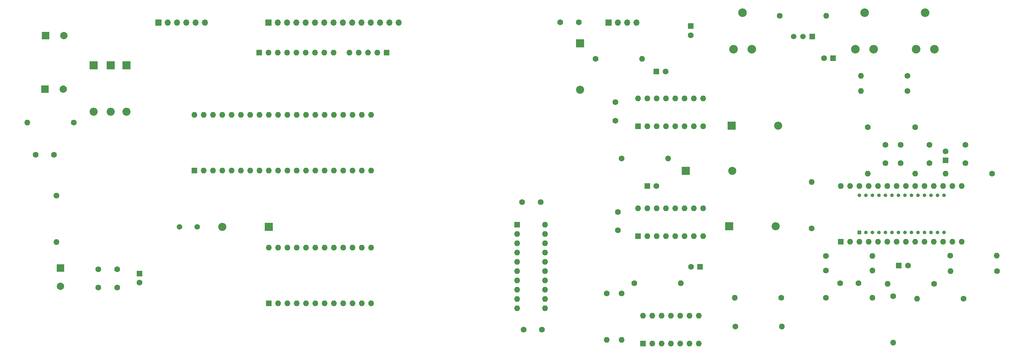
<source format=gbr>
G04 #@! TF.GenerationSoftware,KiCad,Pcbnew,(6.0.9)*
G04 #@! TF.CreationDate,2022-12-25T22:16:42-05:00*
G04 #@! TF.ProjectId,TSF_Soundboard,5453465f-536f-4756-9e64-626f6172642e,rev?*
G04 #@! TF.SameCoordinates,Original*
G04 #@! TF.FileFunction,Soldermask,Bot*
G04 #@! TF.FilePolarity,Negative*
%FSLAX46Y46*%
G04 Gerber Fmt 4.6, Leading zero omitted, Abs format (unit mm)*
G04 Created by KiCad (PCBNEW (6.0.9)) date 2022-12-25 22:16:42*
%MOMM*%
%LPD*%
G01*
G04 APERTURE LIST*
%ADD10R,1.600000X1.600000*%
%ADD11O,1.600000X1.600000*%
%ADD12C,1.600000*%
%ADD13R,2.200000X2.200000*%
%ADD14O,2.200000X2.200000*%
%ADD15R,1.700000X1.700000*%
%ADD16O,1.700000X1.700000*%
%ADD17R,2.000000X2.000000*%
%ADD18C,2.000000*%
%ADD19R,1.000000X1.000000*%
%ADD20O,1.000000X1.000000*%
%ADD21C,2.340000*%
%ADD22R,1.500000X1.500000*%
%ADD23C,1.500000*%
G04 APERTURE END LIST*
D10*
X215700000Y-91920000D03*
D11*
X218240000Y-91920000D03*
X220780000Y-91920000D03*
X223320000Y-91920000D03*
X225860000Y-91920000D03*
X228400000Y-91920000D03*
X230940000Y-91920000D03*
X233480000Y-91920000D03*
X233480000Y-84300000D03*
X230940000Y-84300000D03*
X228400000Y-84300000D03*
X225860000Y-84300000D03*
X223320000Y-84300000D03*
X220780000Y-84300000D03*
X218240000Y-84300000D03*
X215700000Y-84300000D03*
D12*
X209540000Y-55340000D03*
X209540000Y-60340000D03*
D13*
X240590000Y-89210000D03*
D14*
X253290000Y-89210000D03*
D12*
X68280000Y-101000000D03*
X68280000Y-106000000D03*
X204100000Y-43420000D03*
D11*
X216800000Y-43420000D03*
D10*
X220740000Y-46940000D03*
D12*
X223240000Y-46940000D03*
X287390000Y-72000000D03*
X287390000Y-67000000D03*
D15*
X84710000Y-33560000D03*
D16*
X87250000Y-33560000D03*
X89790000Y-33560000D03*
X92330000Y-33560000D03*
X94870000Y-33560000D03*
X97410000Y-33560000D03*
D10*
X299730000Y-71230000D03*
D12*
X299730000Y-68730000D03*
D13*
X67050000Y-45250000D03*
D14*
X67050000Y-57950000D03*
D12*
X305160000Y-72000000D03*
X305160000Y-67000000D03*
X61630000Y-60860000D03*
D11*
X48930000Y-60860000D03*
D13*
X114910000Y-89420000D03*
D14*
X102210000Y-89420000D03*
D10*
X94595000Y-74005000D03*
D11*
X97135000Y-74005000D03*
X99675000Y-74005000D03*
X102215000Y-74005000D03*
X104755000Y-74005000D03*
X107295000Y-74005000D03*
X109835000Y-74005000D03*
X112375000Y-74005000D03*
X114915000Y-74005000D03*
X117455000Y-74005000D03*
X119995000Y-74005000D03*
X122535000Y-74005000D03*
X125075000Y-74005000D03*
X127615000Y-74005000D03*
X130155000Y-74005000D03*
X132695000Y-74005000D03*
X135235000Y-74005000D03*
X137775000Y-74005000D03*
X140315000Y-74005000D03*
X142855000Y-74005000D03*
X142855000Y-58765000D03*
X140315000Y-58765000D03*
X137775000Y-58765000D03*
X135235000Y-58765000D03*
X132695000Y-58765000D03*
X130155000Y-58765000D03*
X127615000Y-58765000D03*
X125075000Y-58765000D03*
X122535000Y-58765000D03*
X119995000Y-58765000D03*
X117455000Y-58765000D03*
X114915000Y-58765000D03*
X112375000Y-58765000D03*
X109835000Y-58765000D03*
X107295000Y-58765000D03*
X104755000Y-58765000D03*
X102215000Y-58765000D03*
X99675000Y-58765000D03*
X97135000Y-58765000D03*
X94595000Y-58765000D03*
D12*
X289280000Y-52240000D03*
D11*
X276580000Y-52240000D03*
D12*
X254390000Y-31710000D03*
D11*
X267090000Y-31710000D03*
D17*
X53730000Y-51730000D03*
D18*
X58730000Y-51730000D03*
D12*
X189090000Y-82650000D03*
X184090000Y-82650000D03*
X313720000Y-101530000D03*
D11*
X301020000Y-101530000D03*
D17*
X53950000Y-37130000D03*
D18*
X58950000Y-37130000D03*
D12*
X73490000Y-101020000D03*
X73490000Y-106020000D03*
D13*
X76000000Y-45250000D03*
D14*
X76000000Y-57950000D03*
D12*
X285370000Y-108420000D03*
D11*
X285370000Y-121120000D03*
D10*
X79590000Y-102200000D03*
D12*
X79590000Y-104700000D03*
D10*
X271070000Y-93520000D03*
D19*
X276170000Y-90970000D03*
D11*
X273610000Y-93520000D03*
D20*
X277950000Y-90970000D03*
X279730000Y-90970000D03*
D11*
X276150000Y-93520000D03*
D20*
X281510000Y-90970000D03*
D11*
X278690000Y-93520000D03*
D20*
X283290000Y-90970000D03*
D11*
X281230000Y-93520000D03*
X283770000Y-93520000D03*
D20*
X285070000Y-90970000D03*
D11*
X286310000Y-93520000D03*
D20*
X286850000Y-90970000D03*
X288630000Y-90970000D03*
D11*
X288850000Y-93520000D03*
D20*
X290410000Y-90970000D03*
D11*
X291390000Y-93520000D03*
D20*
X292190000Y-90970000D03*
D11*
X293930000Y-93520000D03*
X296470000Y-93520000D03*
D20*
X293970000Y-90970000D03*
X295750000Y-90970000D03*
D11*
X299010000Y-93520000D03*
D20*
X297530000Y-90970000D03*
D11*
X301550000Y-93520000D03*
X304090000Y-93520000D03*
D20*
X299310000Y-90970000D03*
X299310000Y-80810000D03*
D11*
X304090000Y-78280000D03*
X301550000Y-78280000D03*
D20*
X297530000Y-80810000D03*
X295750000Y-80810000D03*
D11*
X299010000Y-78280000D03*
D20*
X293970000Y-80810000D03*
D11*
X296470000Y-78280000D03*
X293930000Y-78280000D03*
D20*
X292190000Y-80810000D03*
D11*
X291390000Y-78280000D03*
D20*
X290410000Y-80810000D03*
D11*
X288850000Y-78280000D03*
D20*
X288630000Y-80810000D03*
X286850000Y-80810000D03*
D11*
X286310000Y-78280000D03*
X283770000Y-78280000D03*
D20*
X285070000Y-80810000D03*
D11*
X281230000Y-78280000D03*
D20*
X283290000Y-80810000D03*
X281510000Y-80810000D03*
D11*
X278690000Y-78280000D03*
X276150000Y-78280000D03*
D20*
X279730000Y-80810000D03*
D11*
X273610000Y-78280000D03*
D20*
X277950000Y-80810000D03*
X276170000Y-80810000D03*
D11*
X271070000Y-78280000D03*
D12*
X56850000Y-80830000D03*
D11*
X56850000Y-93530000D03*
D13*
X199860000Y-39190000D03*
D14*
X199860000Y-51890000D03*
D21*
X246770000Y-40830000D03*
X244270000Y-30830000D03*
X241770000Y-40830000D03*
D12*
X301000000Y-97320000D03*
D11*
X313700000Y-97320000D03*
D13*
X228720000Y-74100000D03*
D14*
X241420000Y-74100000D03*
D22*
X263300000Y-37370000D03*
D23*
X260760000Y-37370000D03*
X258220000Y-37370000D03*
D10*
X217075000Y-121360000D03*
D11*
X219615000Y-121360000D03*
X222155000Y-121360000D03*
X224695000Y-121360000D03*
X227235000Y-121360000D03*
X229775000Y-121360000D03*
X232315000Y-121360000D03*
X232315000Y-113740000D03*
X229775000Y-113740000D03*
X227235000Y-113740000D03*
X224695000Y-113740000D03*
X222155000Y-113740000D03*
X219615000Y-113740000D03*
X217075000Y-113740000D03*
D12*
X266990000Y-108850000D03*
D11*
X279690000Y-108850000D03*
D10*
X232665112Y-100340000D03*
D12*
X230165112Y-100340000D03*
D10*
X182690000Y-88800000D03*
D11*
X182690000Y-91340000D03*
X182690000Y-93880000D03*
X182690000Y-96420000D03*
X182690000Y-98960000D03*
X182690000Y-101500000D03*
X182690000Y-104040000D03*
X182690000Y-106580000D03*
X182690000Y-109120000D03*
X182690000Y-111660000D03*
X190310000Y-111660000D03*
X190310000Y-109120000D03*
X190310000Y-106580000D03*
X190310000Y-104040000D03*
X190310000Y-101500000D03*
X190310000Y-98960000D03*
X190310000Y-96420000D03*
X190310000Y-93880000D03*
X190310000Y-91340000D03*
X190310000Y-88800000D03*
D12*
X278430000Y-62140000D03*
D11*
X278430000Y-74840000D03*
D10*
X269000000Y-43250000D03*
D12*
X266500000Y-43250000D03*
X291390000Y-62140000D03*
D11*
X291390000Y-74840000D03*
D23*
X95330000Y-89380000D03*
X90450000Y-89380000D03*
D12*
X189460000Y-117490000D03*
X184460000Y-117490000D03*
D17*
X58020000Y-100680000D03*
D18*
X58020000Y-105680000D03*
D12*
X270880000Y-104850000D03*
X275880000Y-104850000D03*
D10*
X147030000Y-41750000D03*
D11*
X144490000Y-41750000D03*
X141950000Y-41750000D03*
X139410000Y-41750000D03*
X136870000Y-41750000D03*
D10*
X286920000Y-99980000D03*
D12*
X289420000Y-99980000D03*
D10*
X218214888Y-78240000D03*
D12*
X220714888Y-78240000D03*
X210230000Y-85350000D03*
X210230000Y-90350000D03*
X254870000Y-108800000D03*
D11*
X242170000Y-108800000D03*
D10*
X230120000Y-34510000D03*
D12*
X230120000Y-37010000D03*
X211260000Y-107640000D03*
D11*
X211260000Y-120340000D03*
D13*
X241250000Y-61700000D03*
D14*
X253950000Y-61700000D03*
D12*
X289280000Y-48110000D03*
D11*
X276580000Y-48110000D03*
D12*
X263130000Y-89810000D03*
D11*
X263130000Y-77110000D03*
D10*
X215700000Y-61940000D03*
D11*
X218240000Y-61940000D03*
X220780000Y-61940000D03*
X223320000Y-61940000D03*
X225860000Y-61940000D03*
X228400000Y-61940000D03*
X230940000Y-61940000D03*
X233480000Y-61940000D03*
X233480000Y-54320000D03*
X230940000Y-54320000D03*
X228400000Y-54320000D03*
X225860000Y-54320000D03*
X223320000Y-54320000D03*
X220780000Y-54320000D03*
X218240000Y-54320000D03*
X215700000Y-54320000D03*
D12*
X304600000Y-109070000D03*
D11*
X291900000Y-109070000D03*
D12*
X295280000Y-72000000D03*
X295280000Y-67000000D03*
X214700000Y-104850000D03*
D11*
X227400000Y-104850000D03*
D12*
X312440000Y-74900000D03*
D11*
X299740000Y-74900000D03*
D10*
X114900000Y-110340000D03*
D11*
X117440000Y-110340000D03*
X119980000Y-110340000D03*
X122520000Y-110340000D03*
X125060000Y-110340000D03*
X127600000Y-110340000D03*
X130140000Y-110340000D03*
X132680000Y-110340000D03*
X135220000Y-110340000D03*
X137760000Y-110340000D03*
X140300000Y-110340000D03*
X142840000Y-110340000D03*
X142840000Y-95100000D03*
X140300000Y-95100000D03*
X137760000Y-95100000D03*
X135220000Y-95100000D03*
X132680000Y-95100000D03*
X130140000Y-95100000D03*
X127600000Y-95100000D03*
X125060000Y-95100000D03*
X122520000Y-95100000D03*
X119980000Y-95100000D03*
X117440000Y-95100000D03*
X114900000Y-95100000D03*
D12*
X199500000Y-33490000D03*
X194500000Y-33490000D03*
X211240000Y-70730000D03*
D11*
X223940000Y-70730000D03*
D15*
X114830000Y-33560000D03*
D16*
X117370000Y-33560000D03*
X119910000Y-33560000D03*
X122450000Y-33560000D03*
X124990000Y-33560000D03*
X127530000Y-33560000D03*
X130070000Y-33560000D03*
X132610000Y-33560000D03*
X135150000Y-33560000D03*
X137690000Y-33560000D03*
X140230000Y-33560000D03*
X142770000Y-33560000D03*
X145310000Y-33560000D03*
X147850000Y-33560000D03*
X150390000Y-33560000D03*
D13*
X71690000Y-45250000D03*
D14*
X71690000Y-57950000D03*
D21*
X296630000Y-40830000D03*
X294130000Y-30830000D03*
X291630000Y-40830000D03*
D12*
X242290000Y-116650000D03*
D11*
X254990000Y-116650000D03*
D12*
X283270000Y-72000000D03*
X283270000Y-67000000D03*
D15*
X207710000Y-33560000D03*
D16*
X210250000Y-33560000D03*
X212790000Y-33560000D03*
X215330000Y-33560000D03*
D12*
X266990000Y-101380000D03*
D11*
X279690000Y-101380000D03*
D21*
X280080000Y-40830000D03*
X277580000Y-30830000D03*
X275080000Y-40830000D03*
D12*
X51220000Y-69710000D03*
X56220000Y-69710000D03*
X207190000Y-107640000D03*
D11*
X207190000Y-120340000D03*
D12*
X296560000Y-104960000D03*
D11*
X283860000Y-104960000D03*
D12*
X266990000Y-97380000D03*
D11*
X279690000Y-97380000D03*
D10*
X112285000Y-41750000D03*
D11*
X114825000Y-41750000D03*
X117365000Y-41750000D03*
X119905000Y-41750000D03*
X122445000Y-41750000D03*
X124985000Y-41750000D03*
X127525000Y-41750000D03*
X130065000Y-41750000D03*
X132605000Y-41750000D03*
M02*

</source>
